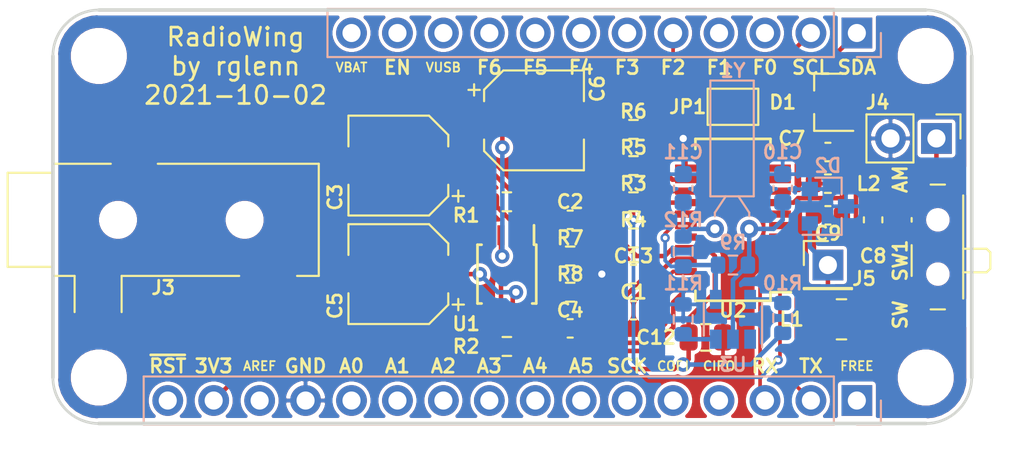
<source format=kicad_pcb>
(kicad_pcb (version 20171130) (host pcbnew "(5.1.9)-1")
  (layers (0 F.Cu signal) (31 B.Cu signal) (34 B.Paste user) (35 F.Paste user) (36 B.SilkS user) (37 F.SilkS user) (38 B.Mask user) (39 F.Mask user) (44 Edge.Cuts user))
  (net 0 "")
  (net 1 /FREE)
  (net 2 /SCK)
  (net 3 /A5)
  (net 4 /A4)
  (net 5 /A3)
  (net 6 /A2)
  (net 7 /A1)
  (net 8 /A0)
  (net 9 GND)
  (net 10 /AREF)
  (net 11 +3V3)
  (net 12 /~RST)
  (net 13 /SDA)
  (net 14 /SCL)
  (net 15 /F0)
  (net 16 /F1)
  (net 17 /F2)
  (net 18 /F3)
  (net 19 /F4)
  (net 20 /F5)
  (net 21 /F6)
  (net 22 /VUSB)
  (net 23 /EN)
  (net 24 /VBAT)
  (net 25 "Net-(C1-Pad2)")
  (net 26 "Net-(C2-Pad1)")
  (net 27 "Net-(C2-Pad2)")
  (net 28 "Net-(C3-Pad1)")
  (net 29 "Net-(C3-Pad2)")
  (net 30 "Net-(C4-Pad2)")
  (net 31 "Net-(C4-Pad1)")
  (net 32 "Net-(C5-Pad2)")
  (net 33 "Net-(C5-Pad1)")
  (net 34 "Net-(C6-Pad1)")
  (net 35 "Net-(C7-Pad2)")
  (net 36 "Net-(C7-Pad1)")
  (net 37 "Net-(C8-Pad2)")
  (net 38 "Net-(C9-Pad1)")
  (net 39 "Net-(C9-Pad2)")
  (net 40 "Net-(C10-Pad2)")
  (net 41 "Net-(C11-Pad2)")
  (net 42 /CIPO)
  (net 43 /COPI)
  (net 44 /ADDR)
  (net 45 "Net-(L1-Pad1)")
  (net 46 "Net-(R1-Pad2)")
  (net 47 "Net-(R2-Pad2)")
  (net 48 "Net-(R6-Pad2)")
  (net 49 "Net-(R12-Pad2)")
  (net 50 VCC)
  (net 51 /I2S_LR)
  (net 52 /I2S_CLK)
  (net 53 "Net-(U1-Pad5)")
  (net 54 "Net-(U2-Pad4)")
  (net 55 "Net-(U2-Pad5)")
  (net 56 "Net-(U2-Pad6)")
  (net 57 "Net-(U2-Pad7)")
  (net 58 "Net-(U2-Pad10)")
  (net 59 "Net-(U2-Pad11)")
  (module MountingHole:MountingHole_2.7mm_M2.5 (layer F.Cu) (at 73.66 27.94)
    (fp_text reference REF** hide)
    (fp_text value MountingHole_2.7mm_M2.5 hide)
    (pad 1 np_thru_hole circle (at 0 0) (size 2.7 2.7) (drill 2.7) (layers *.Cu *.Mask))
  )
  (module MountingHole:MountingHole_2.7mm_M2.5 (layer F.Cu) (at 73.66 45.72)
    (fp_text reference REF** hide)
    (fp_text value MountingHole_2.7mm_M2.5 hide)
    (pad 1 np_thru_hole circle (at 0 0) (size 2.7 2.7) (drill 2.7) (layers *.Cu *.Mask))
  )
  (module MountingHole:MountingHole_2.7mm_M2.5 (layer F.Cu) (at 27.94 45.72)
    (fp_text reference REF** hide)
    (fp_text value MountingHole_2.7mm_M2.5 hide)
    (pad 1 np_thru_hole circle (at 0 0) (size 2.7 2.7) (drill 2.7) (layers *.Cu *.Mask))
  )
  (module MountingHole:MountingHole_2.7mm_M2.5 (layer F.Cu) (at 27.94 27.94)
    (fp_text reference REF** hide)
    (fp_text value MountingHole_2.7mm_M2.5 hide)
    (pad 1 np_thru_hole circle (at 0 0) (size 2.7 2.7) (drill 2.7) (layers *.Cu *.Mask))
  )
  (module Connector_PinHeader_2.54mm:PinHeader_1x16_P2.54mm_Vertical (layer B.Cu) (at 69.85 46.99 90)
    (fp_text reference J1 hide)
    (fp_text value "feather long" hide)
    (pad 1 thru_hole rect (at 0 0 90) (size 1.7 1.7) (drill 1) (layers *.Cu *.Mask) (net 1 /FREE))
    (pad 2 thru_hole oval (at 0 -2.54 90) (size 1.7 1.7) (drill 1) (layers *.Cu *.Mask) (net 52 /I2S_CLK))
    (pad 3 thru_hole oval (at 0 -5.08 90) (size 1.7 1.7) (drill 1) (layers *.Cu *.Mask) (net 51 /I2S_LR))
    (pad 4 thru_hole oval (at 0 -7.62 90) (size 1.7 1.7) (drill 1) (layers *.Cu *.Mask) (net 42 /CIPO))
    (pad 5 thru_hole oval (at 0 -10.16 90) (size 1.7 1.7) (drill 1) (layers *.Cu *.Mask) (net 43 /COPI))
    (pad 6 thru_hole oval (at 0 -12.7 90) (size 1.7 1.7) (drill 1) (layers *.Cu *.Mask) (net 2 /SCK))
    (pad 7 thru_hole oval (at 0 -15.24 90) (size 1.7 1.7) (drill 1) (layers *.Cu *.Mask) (net 3 /A5))
    (pad 8 thru_hole oval (at 0 -17.78 90) (size 1.7 1.7) (drill 1) (layers *.Cu *.Mask) (net 4 /A4))
    (pad 9 thru_hole oval (at 0 -20.32 90) (size 1.7 1.7) (drill 1) (layers *.Cu *.Mask) (net 5 /A3))
    (pad 10 thru_hole oval (at 0 -22.86 90) (size 1.7 1.7) (drill 1) (layers *.Cu *.Mask) (net 6 /A2))
    (pad 11 thru_hole oval (at 0 -25.4 90) (size 1.7 1.7) (drill 1) (layers *.Cu *.Mask) (net 7 /A1))
    (pad 12 thru_hole oval (at 0 -27.94 90) (size 1.7 1.7) (drill 1) (layers *.Cu *.Mask) (net 8 /A0))
    (pad 13 thru_hole oval (at 0 -30.48 90) (size 1.7 1.7) (drill 1) (layers *.Cu *.Mask) (net 9 GND))
    (pad 14 thru_hole oval (at 0 -33.02 90) (size 1.7 1.7) (drill 1) (layers *.Cu *.Mask) (net 10 /AREF))
    (pad 15 thru_hole oval (at 0 -35.56 90) (size 1.7 1.7) (drill 1) (layers *.Cu *.Mask) (net 11 +3V3))
    (pad 16 thru_hole oval (at 0 -38.1 90) (size 1.7 1.7) (drill 1) (layers *.Cu *.Mask) (net 12 /~RST))
  )
  (module Connector_PinHeader_2.54mm:PinHeader_1x12_P2.54mm_Vertical (layer B.Cu) (at 69.85 26.67 90)
    (fp_text reference J2 hide)
    (fp_text value "feather short" hide)
    (pad 1 thru_hole rect (at 0 0 90) (size 1.7 1.7) (drill 1) (layers *.Cu *.Mask) (net 13 /SDA))
    (pad 2 thru_hole oval (at 0 -2.54 90) (size 1.7 1.7) (drill 1) (layers *.Cu *.Mask) (net 14 /SCL))
    (pad 3 thru_hole oval (at 0 -5.08 90) (size 1.7 1.7) (drill 1) (layers *.Cu *.Mask) (net 15 /F0))
    (pad 4 thru_hole oval (at 0 -7.62 90) (size 1.7 1.7) (drill 1) (layers *.Cu *.Mask) (net 16 /F1))
    (pad 5 thru_hole oval (at 0 -10.16 90) (size 1.7 1.7) (drill 1) (layers *.Cu *.Mask) (net 17 /F2))
    (pad 6 thru_hole oval (at 0 -12.7 90) (size 1.7 1.7) (drill 1) (layers *.Cu *.Mask) (net 18 /F3))
    (pad 7 thru_hole oval (at 0 -15.24 90) (size 1.7 1.7) (drill 1) (layers *.Cu *.Mask) (net 19 /F4))
    (pad 8 thru_hole oval (at 0 -17.78 90) (size 1.7 1.7) (drill 1) (layers *.Cu *.Mask) (net 20 /F5))
    (pad 9 thru_hole oval (at 0 -20.32 90) (size 1.7 1.7) (drill 1) (layers *.Cu *.Mask) (net 21 /F6))
    (pad 10 thru_hole oval (at 0 -22.86 90) (size 1.7 1.7) (drill 1) (layers *.Cu *.Mask) (net 22 /VUSB))
    (pad 11 thru_hole oval (at 0 -25.4 90) (size 1.7 1.7) (drill 1) (layers *.Cu *.Mask) (net 23 /EN))
    (pad 12 thru_hole oval (at 0 -27.94 90) (size 1.7 1.7) (drill 1) (layers *.Cu *.Mask) (net 24 /VBAT))
  )
  (module Capacitor_SMD:C_0603_1608Metric (layer F.Cu) (at 57.5 42)
    (fp_text reference C1 (at 0 -1) (layer F.SilkS) (effects (font (size 0.75 0.75))))
    (fp_text value 220n)
    (pad 1 smd roundrect (at -0.775 0) (size 0.9 0.95) (layers F.Cu F.Paste F.Mask) (net 11 +3V3))
    (pad 2 smd roundrect (at 0.775 0) (size 0.9 0.95) (layers F.Cu F.Paste F.Mask) (net 25 "Net-(C1-Pad2)"))
  )
  (module Capacitor_SMD:C_0603_1608Metric (layer F.Cu) (at 54 37 180)
    (fp_text reference C2 (at 0 1) (layer F.SilkS) (effects (font (size 0.75 0.75))))
    (fp_text value 470n)
    (pad 1 smd roundrect (at -0.775 0 180) (size 0.9 0.95) (layers F.Cu F.Paste F.Mask) (net 26 "Net-(C2-Pad1)"))
    (pad 2 smd roundrect (at 0.775 0 180) (size 0.9 0.95) (layers F.Cu F.Paste F.Mask) (net 27 "Net-(C2-Pad2)"))
  )
  (module Capacitor_SMD:CP_Elec_5x5.3 (layer F.Cu) (at 44.5 34 180)
    (fp_text reference C3 (at 3.5 -1.75 90) (layer F.SilkS) (effects (font (size 0.75 0.75))))
    (fp_text value 100u)
    (pad 1 smd roundrect (at -2.2 0 180) (size 3 1.6) (layers F.Cu F.Paste F.Mask) (roundrect_rratio 0.15625) (net 28 "Net-(C3-Pad1)"))
    (pad 2 smd roundrect (at 2.2 0 180) (size 3 1.6) (layers F.Cu F.Paste F.Mask) (roundrect_rratio 0.15625) (net 29 "Net-(C3-Pad2)"))
  )
  (module Capacitor_SMD:C_0603_1608Metric (layer F.Cu) (at 54 43 180)
    (fp_text reference C4 (at 0 1) (layer F.SilkS) (effects (font (size 0.75 0.75))))
    (fp_text value 470n)
    (pad 2 smd roundrect (at 0.775 0 180) (size 0.9 0.95) (layers F.Cu F.Paste F.Mask) (net 30 "Net-(C4-Pad2)"))
    (pad 1 smd roundrect (at -0.775 0 180) (size 0.9 0.95) (layers F.Cu F.Paste F.Mask) (net 31 "Net-(C4-Pad1)"))
  )
  (module Capacitor_SMD:CP_Elec_5x5.3 (layer F.Cu) (at 44.5 40 180)
    (fp_text reference C5 (at 3.5 -1.75 90) (layer F.SilkS) (effects (font (size 0.75 0.75))))
    (fp_text value 100u)
    (pad 2 smd roundrect (at 2.2 0 180) (size 3 1.6) (layers F.Cu F.Paste F.Mask) (roundrect_rratio 0.15625) (net 32 "Net-(C5-Pad2)"))
    (pad 1 smd roundrect (at -2.2 0 180) (size 3 1.6) (layers F.Cu F.Paste F.Mask) (roundrect_rratio 0.15625) (net 33 "Net-(C5-Pad1)"))
  )
  (module Capacitor_SMD:CP_Elec_5x5.3 (layer F.Cu) (at 52 31.5)
    (fp_text reference C6 (at 3.5 -1.75 90) (layer F.SilkS) (effects (font (size 0.75 0.75))))
    (fp_text value 4.7u)
    (pad 1 smd roundrect (at -2.2 0) (size 3 1.6) (layers F.Cu F.Paste F.Mask) (roundrect_rratio 0.15625) (net 34 "Net-(C6-Pad1)"))
    (pad 2 smd roundrect (at 2.2 0) (size 3 1.6) (layers F.Cu F.Paste F.Mask) (roundrect_rratio 0.15625) (net 9 GND))
  )
  (module Capacitor_SMD:C_0603_1608Metric (layer F.Cu) (at 68.25 33.25 180)
    (fp_text reference C7 (at 2 0.75) (layer F.SilkS) (effects (font (size 0.75 0.75))))
    (fp_text value 470n)
    (pad 2 smd roundrect (at 0.775 0 180) (size 0.9 0.95) (layers F.Cu F.Paste F.Mask) (net 35 "Net-(C7-Pad2)"))
    (pad 1 smd roundrect (at -0.775 0 180) (size 0.9 0.95) (layers F.Cu F.Paste F.Mask) (net 36 "Net-(C7-Pad1)"))
  )
  (module Capacitor_SMD:C_0603_1608Metric (layer F.Cu) (at 70.75 37 90)
    (fp_text reference C8 (at -2 0 180) (layer F.SilkS) (effects (font (size 0.75 0.75))))
    (fp_text value 33p)
    (pad 2 smd roundrect (at 0.775 0 90) (size 0.9 0.95) (layers F.Cu F.Paste F.Mask) (net 37 "Net-(C8-Pad2)"))
    (pad 1 smd roundrect (at -0.775 0 90) (size 0.9 0.95) (layers F.Cu F.Paste F.Mask) (net 36 "Net-(C7-Pad1)"))
  )
  (module Capacitor_SMD:C_0603_1608Metric (layer F.Cu) (at 68.25 36.75 180)
    (fp_text reference C9 (at 0 -1) (layer F.SilkS) (effects (font (size 0.75 0.75))))
    (fp_text value 18p)
    (pad 1 smd roundrect (at -0.775 0 180) (size 0.9 0.95) (layers F.Cu F.Paste F.Mask) (net 38 "Net-(C9-Pad1)"))
    (pad 2 smd roundrect (at 0.775 0 180) (size 0.9 0.95) (layers F.Cu F.Paste F.Mask) (net 39 "Net-(C9-Pad2)"))
  )
  (module Capacitor_SMD:C_0603_1608Metric (layer B.Cu) (at 65.75 35.25 270)
    (fp_text reference C10 (at -2 0 180) (layer B.SilkS) (effects (font (size 0.75 0.75)) (justify mirror)))
    (fp_text value 22p)
    (pad 2 smd roundrect (at 0.775 0 270) (size 0.9 0.95) (layers B.Cu B.Paste B.Mask) (net 40 "Net-(C10-Pad2)"))
    (pad 1 smd roundrect (at -0.775 0 270) (size 0.9 0.95) (layers B.Cu B.Paste B.Mask) (net 9 GND))
  )
  (module Capacitor_SMD:C_0603_1608Metric (layer B.Cu) (at 60.25 35.25 270)
    (fp_text reference C11 (at -2 0 180) (layer B.SilkS) (effects (font (size 0.75 0.75)) (justify mirror)))
    (fp_text value 22p)
    (pad 1 smd roundrect (at -0.775 0 270) (size 0.9 0.95) (layers B.Cu B.Paste B.Mask) (net 9 GND))
    (pad 2 smd roundrect (at 0.775 0 270) (size 0.9 0.95) (layers B.Cu B.Paste B.Mask) (net 41 "Net-(C11-Pad2)"))
  )
  (module Package_TO_SOT_SMD:SOT-23 (layer F.Cu) (at 68.25 30.5 180)
    (fp_text reference D1 (at 2.5 0) (layer F.SilkS) (effects (font (size 0.75 0.75))))
    (fp_text value CM1213A-01SO)
    (pad 1 smd rect (at -1 -0.95 180) (size 0.9 0.8) (layers F.Cu F.Paste F.Mask) (net 36 "Net-(C7-Pad1)"))
    (pad 2 smd rect (at -1 0.95 180) (size 0.9 0.8) (layers F.Cu F.Paste F.Mask) (net 9 GND))
    (pad 3 smd rect (at 1 0 180) (size 0.9 0.8) (layers F.Cu F.Paste F.Mask) (net 9 GND))
  )
  (module Package_TO_SOT_SMD:SOT-23 (layer B.Cu) (at 68.25 36.25)
    (fp_text reference D2 (at 0 -2.25) (layer B.SilkS) (effects (font (size 0.75 0.75)) (justify mirror)))
    (fp_text value CM1213A-01SO)
    (pad 3 smd rect (at 1 0) (size 0.9 0.8) (layers B.Cu B.Paste B.Mask) (net 9 GND))
    (pad 2 smd rect (at -1 -0.95) (size 0.9 0.8) (layers B.Cu B.Paste B.Mask) (net 9 GND))
    (pad 1 smd rect (at -1 0.95) (size 0.9 0.8) (layers B.Cu B.Paste B.Mask) (net 39 "Net-(C9-Pad2)"))
  )
  (module Connector_Audio:Jack_3.5mm_CUI_SJ-3523-SMT_Horizontal (layer F.Cu) (at 31.5 37 90)
    (fp_text reference J3 (at -3.75 0 180) (layer F.SilkS) (effects (font (size 0.75 0.75))))
    (fp_text value AudioJack3)
    (pad R smd rect (at 3.7 -1.6 90) (size 2.8 2.2) (layers F.Cu F.Paste F.Mask) (net 29 "Net-(C3-Pad2)"))
    (pad S smd rect (at -3.7 -3.6 90) (size 2.8 2.2) (layers F.Cu F.Paste F.Mask) (net 9 GND))
    (pad T smd rect (at -3.7 5.8 90) (size 2.8 2.8) (layers F.Cu F.Paste F.Mask) (net 32 "Net-(C5-Pad2)"))
    (pad "" np_thru_hole circle (at 0 -2.5 90) (size 1.7 1.7) (drill 1.7) (layers *.Cu *.Mask))
    (pad "" np_thru_hole circle (at 0 4.5 90) (size 1.7 1.7) (drill 1.7) (layers *.Cu *.Mask))
  )
  (module Jumper:SolderJumper-2_P1.3mm_Open_Pad1.0x1.5mm (layer F.Cu) (at 63 30.75 180)
    (fp_text reference JP1 (at 2.5 0) (layer F.SilkS) (effects (font (size 0.75 0.75))))
    (fp_text value SolderJumper_2_Open)
    (pad 2 smd rect (at 0.65 0 180) (size 1 1.5) (layers F.Cu F.Mask) (net 44 /ADDR))
    (pad 1 smd rect (at -0.65 0 180) (size 1 1.5) (layers F.Cu F.Mask) (net 9 GND))
  )
  (module Inductor_SMD:L_1008_2520Metric (layer F.Cu) (at 69 42.5 180)
    (fp_text reference L1 (at 2.75 0) (layer F.SilkS) (effects (font (size 0.75 0.75))))
    (fp_text value 4.7u)
    (pad 1 smd roundrect (at -1.075 0 180) (size 1.25 2.2) (layers F.Cu F.Paste F.Mask) (roundrect_rratio 0.2) (net 45 "Net-(L1-Pad1)"))
    (pad 2 smd roundrect (at 1.075 0 180) (size 1.25 2.2) (layers F.Cu F.Paste F.Mask) (roundrect_rratio 0.2) (net 39 "Net-(C9-Pad2)"))
  )
  (module Inductor_SMD:L_0603_1608Metric (layer F.Cu) (at 68.25 35 180)
    (fp_text reference L2 (at -2.25 0) (layer F.SilkS) (effects (font (size 0.75 0.75))))
    (fp_text value 180n)
    (pad 1 smd roundrect (at -0.7875 0 180) (size 0.875 0.95) (layers F.Cu F.Paste F.Mask) (net 38 "Net-(C9-Pad1)"))
    (pad 2 smd roundrect (at 0.7875 0 180) (size 0.875 0.95) (layers F.Cu F.Paste F.Mask) (net 9 GND))
  )
  (module Resistor_SMD:R_0603_1608Metric (layer F.Cu) (at 50.5 36 180)
    (fp_text reference R1 (at 2.25 -0.75) (layer F.SilkS) (effects (font (size 0.75 0.75))))
    (fp_text value 20K)
    (pad 2 smd roundrect (at 0.825 0 180) (size 0.8 0.95) (layers F.Cu F.Paste F.Mask) (net 46 "Net-(R1-Pad2)"))
    (pad 1 smd roundrect (at -0.825 0 180) (size 0.8 0.95) (layers F.Cu F.Paste F.Mask) (net 28 "Net-(C3-Pad1)"))
  )
  (module Resistor_SMD:R_0603_1608Metric (layer F.Cu) (at 50.5 44 180)
    (fp_text reference R2 (at 2.25 0) (layer F.SilkS) (effects (font (size 0.75 0.75))))
    (fp_text value 20K)
    (pad 1 smd roundrect (at -0.825 0 180) (size 0.8 0.95) (layers F.Cu F.Paste F.Mask) (net 33 "Net-(C5-Pad1)"))
    (pad 2 smd roundrect (at 0.825 0 180) (size 0.8 0.95) (layers F.Cu F.Paste F.Mask) (net 47 "Net-(R2-Pad2)"))
  )
  (module Resistor_SMD:R_0603_1608Metric (layer F.Cu) (at 57.5 36)
    (fp_text reference R3 (at 0 -1) (layer F.SilkS) (effects (font (size 0.75 0.75))))
    (fp_text value 10K)
    (pad 1 smd roundrect (at -0.825 0) (size 0.8 0.95) (layers F.Cu F.Paste F.Mask) (net 11 +3V3))
    (pad 2 smd roundrect (at 0.825 0) (size 0.8 0.95) (layers F.Cu F.Paste F.Mask) (net 14 /SCL))
  )
  (module Resistor_SMD:R_0603_1608Metric (layer F.Cu) (at 57.5 38)
    (fp_text reference R4 (at 0 -1) (layer F.SilkS) (effects (font (size 0.75 0.75))))
    (fp_text value 10K)
    (pad 2 smd roundrect (at 0.825 0) (size 0.8 0.95) (layers F.Cu F.Paste F.Mask) (net 13 /SDA))
    (pad 1 smd roundrect (at -0.825 0) (size 0.8 0.95) (layers F.Cu F.Paste F.Mask) (net 11 +3V3))
  )
  (module Resistor_SMD:R_0603_1608Metric (layer F.Cu) (at 57.5 34)
    (fp_text reference R5 (at 0 -1) (layer F.SilkS) (effects (font (size 0.75 0.75))))
    (fp_text value 10K)
    (pad 1 smd roundrect (at -0.825 0) (size 0.8 0.95) (layers F.Cu F.Paste F.Mask) (net 11 +3V3))
    (pad 2 smd roundrect (at 0.825 0) (size 0.8 0.95) (layers F.Cu F.Paste F.Mask) (net 44 /ADDR))
  )
  (module Resistor_SMD:R_0603_1608Metric (layer F.Cu) (at 57.5 32)
    (fp_text reference R6 (at 0 -1) (layer F.SilkS) (effects (font (size 0.75 0.75))))
    (fp_text value 10K)
    (pad 2 smd roundrect (at 0.825 0) (size 0.8 0.95) (layers F.Cu F.Paste F.Mask) (net 48 "Net-(R6-Pad2)"))
    (pad 1 smd roundrect (at -0.825 0) (size 0.8 0.95) (layers F.Cu F.Paste F.Mask) (net 11 +3V3))
  )
  (module Resistor_SMD:R_0603_1608Metric (layer F.Cu) (at 54 39)
    (fp_text reference R7 (at 0 -1) (layer F.SilkS) (effects (font (size 0.75 0.75))))
    (fp_text value 20K)
    (pad 1 smd roundrect (at -0.825 0) (size 0.8 0.95) (layers F.Cu F.Paste F.Mask) (net 46 "Net-(R1-Pad2)"))
    (pad 2 smd roundrect (at 0.825 0) (size 0.8 0.95) (layers F.Cu F.Paste F.Mask) (net 26 "Net-(C2-Pad1)"))
  )
  (module Resistor_SMD:R_0603_1608Metric (layer F.Cu) (at 54 41)
    (fp_text reference R8 (at 0 -1) (layer F.SilkS) (effects (font (size 0.75 0.75))))
    (fp_text value 20K)
    (pad 2 smd roundrect (at 0.825 0) (size 0.8 0.95) (layers F.Cu F.Paste F.Mask) (net 31 "Net-(C4-Pad1)"))
    (pad 1 smd roundrect (at -0.825 0) (size 0.8 0.95) (layers F.Cu F.Paste F.Mask) (net 47 "Net-(R2-Pad2)"))
  )
  (module Resistor_SMD:R_0603_1608Metric (layer B.Cu) (at 63 39.5 180)
    (fp_text reference R9 (at 0 1.25 180) (layer B.SilkS) (effects (font (size 0.75 0.75)) (justify mirror)))
    (fp_text value 10M)
    (pad 2 smd roundrect (at 0.825 0 180) (size 0.8 0.95) (layers B.Cu B.Paste B.Mask) (net 49 "Net-(R12-Pad2)"))
    (pad 1 smd roundrect (at -0.825 0 180) (size 0.8 0.95) (layers B.Cu B.Paste B.Mask) (net 40 "Net-(C10-Pad2)"))
  )
  (module Resistor_SMD:R_0603_1608Metric (layer B.Cu) (at 65.75 42.425 270)
    (fp_text reference R10 (at -1.925 0 180) (layer B.SilkS) (effects (font (size 0.75 0.75)) (justify mirror)))
    (fp_text value 47K)
    (pad 2 smd roundrect (at 0.825 0 270) (size 0.8 0.95) (layers B.Cu B.Paste B.Mask) (net 11 +3V3))
    (pad 1 smd roundrect (at -0.825 0 270) (size 0.8 0.95) (layers B.Cu B.Paste B.Mask) (net 50 VCC))
  )
  (module Resistor_SMD:R_0603_1608Metric (layer B.Cu) (at 60.25 42.5 90)
    (fp_text reference R11 (at 2 0 180) (layer B.SilkS) (effects (font (size 0.75 0.75)) (justify mirror)))
    (fp_text value 47K)
    (pad 1 smd roundrect (at -0.825 0 90) (size 0.8 0.95) (layers B.Cu B.Paste B.Mask) (net 9 GND))
    (pad 2 smd roundrect (at 0.825 0 90) (size 0.8 0.95) (layers B.Cu B.Paste B.Mask) (net 9 GND))
  )
  (module Resistor_SMD:R_0603_1608Metric (layer B.Cu) (at 60.25 38.75 270)
    (fp_text reference R12 (at -1.75 0 180) (layer B.SilkS) (effects (font (size 0.75 0.75)) (justify mirror)))
    (fp_text value 300K)
    (pad 1 smd roundrect (at -0.825 0 270) (size 0.8 0.95) (layers B.Cu B.Paste B.Mask) (net 41 "Net-(C11-Pad2)"))
    (pad 2 smd roundrect (at 0.825 0 270) (size 0.8 0.95) (layers B.Cu B.Paste B.Mask) (net 49 "Net-(R12-Pad2)"))
  )
  (module Button_Switch_SMD:SW_SPDT_PCM12 (layer F.Cu) (at 74 38.5 90)
    (fp_text reference SW1 (at -0.75 -1.75 90) (layer F.SilkS) (effects (font (size 0.75 0.75))))
    (fp_text value SW_SPDT)
    (pad "" np_thru_hole circle (at -1.5 0.33 90) (size 0.9 0.9) (drill 0.9) (layers *.Cu *.Mask))
    (pad "" np_thru_hole circle (at 1.5 0.33 90) (size 0.9 0.9) (drill 0.9) (layers *.Cu *.Mask))
    (pad 1 smd rect (at -2.25 -1.43 90) (size 0.7 1.5) (layers F.Cu F.Paste F.Mask) (net 45 "Net-(L1-Pad1)"))
    (pad 2 smd rect (at 0.75 -1.43 90) (size 0.7 1.5) (layers F.Cu F.Paste F.Mask) (net 36 "Net-(C7-Pad1)"))
    (pad 3 smd rect (at 2.25 -1.43 90) (size 0.7 1.5) (layers F.Cu F.Paste F.Mask) (net 37 "Net-(C8-Pad2)"))
    (pad "" smd rect (at -3.65 1.43 90) (size 1 0.8) (layers F.Cu F.Paste F.Mask))
    (pad "" smd rect (at 3.65 1.43 90) (size 1 0.8) (layers F.Cu F.Paste F.Mask))
    (pad "" smd rect (at 3.65 -0.78 90) (size 1 0.8) (layers F.Cu F.Paste F.Mask))
    (pad "" smd rect (at -3.65 -0.78 90) (size 1 0.8) (layers F.Cu F.Paste F.Mask))
  )
  (module Package_SO:TSSOP-8_3x3mm_P0.65mm (layer F.Cu) (at 50.5 40 270)
    (fp_text reference U1 (at 2.75 2.25 180) (layer F.SilkS) (effects (font (size 0.75 0.75))))
    (fp_text value LM4810)
    (pad 1 smd rect (at -2.15 -0.975 270) (size 1.1 0.4) (layers F.Cu F.Paste F.Mask) (net 28 "Net-(C3-Pad1)"))
    (pad 2 smd rect (at -2.15 -0.325 270) (size 1.1 0.4) (layers F.Cu F.Paste F.Mask) (net 46 "Net-(R1-Pad2)"))
    (pad 3 smd rect (at -2.15 0.325 270) (size 1.1 0.4) (layers F.Cu F.Paste F.Mask) (net 34 "Net-(C6-Pad1)"))
    (pad 4 smd rect (at -2.15 0.975 270) (size 1.1 0.4) (layers F.Cu F.Paste F.Mask) (net 9 GND))
    (pad 5 smd rect (at 2.15 0.975 270) (size 1.1 0.4) (layers F.Cu F.Paste F.Mask) (net 53 "Net-(U1-Pad5)"))
    (pad 6 smd rect (at 2.15 0.325 270) (size 1.1 0.4) (layers F.Cu F.Paste F.Mask) (net 47 "Net-(R2-Pad2)"))
    (pad 7 smd rect (at 2.15 -0.325 270) (size 1.1 0.4) (layers F.Cu F.Paste F.Mask) (net 33 "Net-(C5-Pad1)"))
    (pad 8 smd rect (at 2.15 -0.975 270) (size 1.1 0.4) (layers F.Cu F.Paste F.Mask) (net 11 +3V3))
  )
  (module Package_SO:SSOP-24_3.9x8.7mm_P0.635mm (layer F.Cu) (at 63 37 180)
    (fp_text reference U2 (at 0 -5) (layer F.SilkS) (effects (font (size 0.75 0.75))))
    (fp_text value Si4735-D60-GU)
    (pad 1 smd rect (at -2.6 -3.4925 180) (size 1.2 0.4) (layers F.Cu F.Paste F.Mask) (net 17 /F2))
    (pad 2 smd rect (at -2.6 -2.8575 180) (size 1.2 0.4) (layers F.Cu F.Paste F.Mask) (net 51 /I2S_LR))
    (pad 3 smd rect (at -2.6 -2.2225 180) (size 1.2 0.4) (layers F.Cu F.Paste F.Mask) (net 52 /I2S_CLK))
    (pad 4 smd rect (at -2.6 -1.5875 180) (size 1.2 0.4) (layers F.Cu F.Paste F.Mask) (net 54 "Net-(U2-Pad4)"))
    (pad 5 smd rect (at -2.6 -0.9525 180) (size 1.2 0.4) (layers F.Cu F.Paste F.Mask) (net 55 "Net-(U2-Pad5)"))
    (pad 6 smd rect (at -2.6 -0.3175 180) (size 1.2 0.4) (layers F.Cu F.Paste F.Mask) (net 56 "Net-(U2-Pad6)"))
    (pad 7 smd rect (at -2.6 0.3175 180) (size 1.2 0.4) (layers F.Cu F.Paste F.Mask) (net 57 "Net-(U2-Pad7)"))
    (pad 8 smd rect (at -2.6 0.9525 180) (size 1.2 0.4) (layers F.Cu F.Paste F.Mask) (net 38 "Net-(C9-Pad1)"))
    (pad 9 smd rect (at -2.6 1.5875 180) (size 1.2 0.4) (layers F.Cu F.Paste F.Mask) (net 9 GND))
    (pad 10 smd rect (at -2.6 2.2225 180) (size 1.2 0.4) (layers F.Cu F.Paste F.Mask) (net 58 "Net-(U2-Pad10)"))
    (pad 11 smd rect (at -2.6 2.8575 180) (size 1.2 0.4) (layers F.Cu F.Paste F.Mask) (net 59 "Net-(U2-Pad11)"))
    (pad 12 smd rect (at -2.6 3.4925 180) (size 1.2 0.4) (layers F.Cu F.Paste F.Mask) (net 35 "Net-(C7-Pad2)"))
    (pad 13 smd rect (at 2.6 3.4925 180) (size 1.2 0.4) (layers F.Cu F.Paste F.Mask) (net 9 GND))
    (pad 14 smd rect (at 2.6 2.8575 180) (size 1.2 0.4) (layers F.Cu F.Paste F.Mask) (net 9 GND))
    (pad 15 smd rect (at 2.6 2.2225 180) (size 1.2 0.4) (layers F.Cu F.Paste F.Mask) (net 48 "Net-(R6-Pad2)"))
    (pad 16 smd rect (at 2.6 1.5875 180) (size 1.2 0.4) (layers F.Cu F.Paste F.Mask) (net 44 /ADDR))
    (pad 17 smd rect (at 2.6 0.9525 180) (size 1.2 0.4) (layers F.Cu F.Paste F.Mask) (net 14 /SCL))
    (pad 18 smd rect (at 2.6 0.3175 180) (size 1.2 0.4) (layers F.Cu F.Paste F.Mask) (net 13 /SDA))
    (pad 19 smd rect (at 2.6 -0.3175 180) (size 1.2 0.4) (layers F.Cu F.Paste F.Mask) (net 49 "Net-(R12-Pad2)"))
    (pad 20 smd rect (at 2.6 -0.9525 180) (size 1.2 0.4) (layers F.Cu F.Paste F.Mask) (net 11 +3V3))
    (pad 21 smd rect (at 2.6 -1.5875 180) (size 1.2 0.4) (layers F.Cu F.Paste F.Mask) (net 11 +3V3))
    (pad 22 smd rect (at 2.6 -2.2225 180) (size 1.2 0.4) (layers F.Cu F.Paste F.Mask) (net 25 "Net-(C1-Pad2)"))
    (pad 23 smd rect (at 2.6 -2.8575 180) (size 1.2 0.4) (layers F.Cu F.Paste F.Mask) (net 27 "Net-(C2-Pad2)"))
    (pad 24 smd rect (at 2.6 -3.4925 180) (size 1.2 0.4) (layers F.Cu F.Paste F.Mask) (net 30 "Net-(C4-Pad2)"))
  )
  (module Package_TO_SOT_SMD:SOT-23-5 (layer B.Cu) (at 63 42.5 90)
    (fp_text reference U3 (at -2.5 0 180) (layer B.SilkS) (effects (font (size 0.75 0.75)) (justify mirror)))
    (fp_text value 74LVC1GU04)
    (pad 1 smd rect (at -1.1 0.95 90) (size 1.06 0.65) (layers B.Cu B.Paste B.Mask))
    (pad 2 smd rect (at -1.1 0 90) (size 1.06 0.65) (layers B.Cu B.Paste B.Mask) (net 40 "Net-(C10-Pad2)"))
    (pad 3 smd rect (at -1.1 -0.95 90) (size 1.06 0.65) (layers B.Cu B.Paste B.Mask) (net 9 GND))
    (pad 4 smd rect (at 1.1 -0.95 90) (size 1.06 0.65) (layers B.Cu B.Paste B.Mask) (net 49 "Net-(R12-Pad2)"))
    (pad 5 smd rect (at 1.1 0.95 90) (size 1.06 0.65) (layers B.Cu B.Paste B.Mask) (net 50 VCC))
  )
  (module Crystal:Crystal_DS26_D2.0mm_L6.0mm_Horizontal (layer B.Cu) (at 62 37.5)
    (fp_text reference Y1 (at 1 -8.75 180) (layer B.SilkS) (effects (font (size 0.75 0.75)) (justify mirror)))
    (fp_text value "32.768 KHz")
    (pad 1 thru_hole circle (at 0 0) (size 1 1) (drill 0.5) (layers *.Cu *.Mask) (net 41 "Net-(C11-Pad2)"))
    (pad 2 thru_hole circle (at 1.9 0) (size 1 1) (drill 0.5) (layers *.Cu *.Mask) (net 40 "Net-(C10-Pad2)"))
  )
  (module Capacitor_SMD:C_0805_2012Metric (layer F.Cu) (at 61.5 43.5)
    (fp_text reference C12 (at -2.75 0) (layer F.SilkS) (effects (font (size 0.75 0.75))))
    (fp_text value 10u)
    (pad 1 smd roundrect (at -0.95 0) (size 1 1.45) (layers F.Cu F.Paste F.Mask) (net 11 +3V3))
    (pad 2 smd roundrect (at 0.95 0) (size 1 1.45) (layers F.Cu F.Paste F.Mask) (net 9 GND))
  )
  (module Capacitor_SMD:C_0603_1608Metric (layer F.Cu) (at 57.5 40 180)
    (fp_text reference C13 (at 0 1) (layer F.SilkS) (effects (font (size 0.75 0.75))))
    (fp_text value 100n)
    (pad 1 smd roundrect (at -0.775 0 180) (size 0.9 0.95) (layers F.Cu F.Paste F.Mask) (net 11 +3V3))
    (pad 2 smd roundrect (at 0.775 0 180) (size 0.9 0.95) (layers F.Cu F.Paste F.Mask) (net 9 GND))
  )
  (module Connector_PinHeader_2.54mm:PinHeader_1x02_P2.54mm_Vertical (layer F.Cu) (at 74.25 32.5 270)
    (fp_text reference J4 (at -2 3.25 180) (layer F.SilkS) (effects (font (size 0.75 0.75))))
    (fp_text value Conn_01x02)
    (pad 1 thru_hole rect (at 0 0 270) (size 1.7 1.7) (drill 1) (layers *.Cu *.Mask) (net 37 "Net-(C8-Pad2)"))
    (pad 2 thru_hole oval (at 0 2.54 270) (size 1.7 1.7) (drill 1) (layers *.Cu *.Mask) (net 9 GND))
  )
  (module Connector_PinHeader_2.54mm:PinHeader_1x01_P2.54mm_Vertical (layer F.Cu) (at 68.25 39.5)
    (fp_text reference J5 (at 2 0.75) (layer F.SilkS) (effects (font (size 0.75 0.75))))
    (fp_text value Conn_01x01_Male)
    (pad 1 thru_hole rect (at 0 0) (size 1.7 1.7) (drill 1) (layers *.Cu *.Mask) (net 39 "Net-(C9-Pad2)"))
  )
  (gr_text AM (at 72.25 34.75 90) (layer F.SilkS) (effects (font (size 0.75 0.75))))
  (gr_text SW (at 72.25 42.25 90) (layer F.SilkS) (effects (font (size 0.75 0.75))))
  (gr_text "RadioWing\nby rglenn\n2021-10-02" (at 35.5 28.5) (layer F.SilkS) (effects (font (size 1 1))))
  (gr_text VUSB (at 46.99 28.575) (layer F.SilkS) (effects (font (size 0.5 0.5) (thickness 0.1))))
  (gr_text VBAT (at 41.91 28.575) (layer F.SilkS) (effects (font (size 0.5 0.5) (thickness 0.1))))
  (gr_text EN (at 44.45 28.575) (layer F.SilkS) (effects (font (size 0.75 0.75))))
  (gr_text F6 (at 49.53 28.575) (layer F.SilkS) (effects (font (size 0.75 0.75))))
  (gr_text F5 (at 52.07 28.575) (layer F.SilkS) (effects (font (size 0.75 0.75))))
  (gr_text F4 (at 54.61 28.575) (layer F.SilkS) (effects (font (size 0.75 0.75))))
  (gr_text F3 (at 57.15 28.575) (layer F.SilkS) (effects (font (size 0.75 0.75))))
  (gr_text F2 (at 59.69 28.575) (layer F.SilkS) (effects (font (size 0.75 0.75))))
  (gr_text F1 (at 62.23 28.575) (layer F.SilkS) (effects (font (size 0.75 0.75))))
  (gr_text F0 (at 64.77 28.575) (layer F.SilkS) (effects (font (size 0.75 0.75))))
  (gr_text SCL (at 67.31 28.575) (layer F.SilkS) (effects (font (size 0.75 0.75))))
  (gr_text SDA (at 69.85 28.575) (layer F.SilkS) (effects (font (size 0.75 0.75))))
  (gr_text FREE (at 69.85 45.085) (layer F.SilkS) (effects (font (size 0.5 0.5) (thickness 0.1))))
  (gr_text TX (at 67.31 45.085) (layer F.SilkS) (effects (font (size 0.75 0.75))))
  (gr_text RX (at 64.77 45.085) (layer F.SilkS) (effects (font (size 0.75 0.75))))
  (gr_text CIPO (at 62.23 45.085) (layer F.SilkS) (effects (font (size 0.5 0.5) (thickness 0.1))))
  (gr_text COPI (at 59.69 45.085) (layer F.SilkS) (effects (font (size 0.5 0.5) (thickness 0.1))))
  (gr_text SCK (at 57.15 45.085) (layer F.SilkS) (effects (font (size 0.75 0.75))))
  (gr_text A5 (at 54.61 45.085) (layer F.SilkS) (effects (font (size 0.75 0.75))))
  (gr_text A4 (at 52.07 45.085) (layer F.SilkS) (effects (font (size 0.75 0.75))))
  (gr_text A3 (at 49.53 45.085) (layer F.SilkS) (effects (font (size 0.75 0.75))))
  (gr_text A2 (at 46.99 45.085) (layer F.SilkS) (effects (font (size 0.75 0.75))))
  (gr_text A1 (at 44.45 45.085) (layer F.SilkS) (effects (font (size 0.75 0.75))))
  (gr_text A0 (at 41.91 45.085) (layer F.SilkS) (effects (font (size 0.75 0.75))))
  (gr_text GND (at 39.37 45.085) (layer F.SilkS) (effects (font (size 0.75 0.75))))
  (gr_text AREF (at 36.83 45.085) (layer F.SilkS) (effects (font (size 0.5 0.5) (thickness 0.1))))
  (gr_text 3V3 (at 34.29 45.085) (layer F.SilkS) (effects (font (size 0.75 0.75))))
  (gr_text ~RST (at 31.75 45.085) (layer F.SilkS) (effects (font (size 0.75 0.75))))
  (gr_arc (start 73.66 27.94) (end 76.2 27.94) (angle -90) (layer Edge.Cuts) (width 0.15))
  (gr_arc (start 73.66 45.72) (end 73.66 48.26) (angle -90) (layer Edge.Cuts) (width 0.15))
  (gr_arc (start 27.94 45.72) (end 25.4 45.72) (angle -90) (layer Edge.Cuts) (width 0.15))
  (gr_arc (start 27.94 27.94) (end 27.94 25.4) (angle -90) (layer Edge.Cuts) (width 0.15))
  (gr_line (start 25.4 45.72) (end 25.4 27.94) (layer Edge.Cuts) (width 0.2))
  (gr_line (start 73.66 48.26) (end 27.94 48.26) (layer Edge.Cuts) (width 0.2))
  (gr_line (start 76.2 27.94) (end 76.2 45.72) (layer Edge.Cuts) (width 0.2))
  (gr_line (start 27.94 25.4) (end 73.66 25.4) (layer Edge.Cuts) (width 0.2))
  (via (at 55.75 40) (size 0.8) (drill 0.4) (layers F.Cu B.Cu) (net 9))
  (segment (start 56.725 40) (end 55.75 40) (width 0.25) (layer F.Cu) (net 9))
  (via (at 60.25 32.5) (size 0.8) (drill 0.4) (layers F.Cu B.Cu) (net 9))
  (segment (start 60.4 32.65) (end 60.25 32.5) (width 0.25) (layer F.Cu) (net 9))
  (segment (start 60.4 33.5075) (end 60.4 32.65) (width 0.25) (layer F.Cu) (net 9))
  (segment (start 60.525 43.6) (end 60.25 43.325) (width 0.25) (layer B.Cu) (net 9))
  (segment (start 62.05 43.6) (end 60.525 43.6) (width 0.25) (layer B.Cu) (net 9))
  (segment (start 57.675 39) (end 56.675 38) (width 0.25) (layer F.Cu) (net 11))
  (segment (start 56.675 38) (end 56.675 36) (width 0.25) (layer F.Cu) (net 11))
  (segment (start 56.675 36) (end 56.675 34) (width 0.25) (layer F.Cu) (net 11))
  (segment (start 56.675 34) (end 56.675 32) (width 0.25) (layer F.Cu) (net 11))
  (segment (start 58.275 39.025) (end 58.25 39) (width 0.25) (layer F.Cu) (net 11))
  (segment (start 58.275 40) (end 58.275 39.025) (width 0.25) (layer F.Cu) (net 11))
  (segment (start 58.25 39) (end 57.675 39) (width 0.25) (layer F.Cu) (net 11))
  (segment (start 56.725 41.55) (end 58.275 40) (width 0.25) (layer F.Cu) (net 11))
  (segment (start 56.725 42) (end 56.725 41.55) (width 0.25) (layer F.Cu) (net 11))
  (segment (start 62 41) (end 60.55 42.45) (width 0.25) (layer F.Cu) (net 11))
  (segment (start 62 39) (end 62 41) (width 0.25) (layer F.Cu) (net 11))
  (segment (start 61.5875 38.5875) (end 62 39) (width 0.25) (layer F.Cu) (net 11))
  (segment (start 60.55 42.45) (end 60.55 43.5) (width 0.25) (layer F.Cu) (net 11))
  (segment (start 60.4 38.5875) (end 61.5875 38.5875) (width 0.25) (layer F.Cu) (net 11))
  (segment (start 36.03 45.25) (end 34.29 46.99) (width 0.25) (layer F.Cu) (net 11))
  (segment (start 52.25 43.707522) (end 51.475 42.932522) (width 0.25) (layer F.Cu) (net 11))
  (segment (start 51.475 42.932522) (end 51.475 42.15) (width 0.25) (layer F.Cu) (net 11))
  (segment (start 52.25 45.25) (end 52.25 43.707522) (width 0.25) (layer F.Cu) (net 11))
  (segment (start 52.25 45.25) (end 36.03 45.25) (width 0.25) (layer F.Cu) (net 11))
  (segment (start 60.9525 37.9525) (end 61.5875 38.5875) (width 0.25) (layer F.Cu) (net 11))
  (segment (start 60.4 37.9525) (end 60.9525 37.9525) (width 0.25) (layer F.Cu) (net 11))
  (segment (start 59.648588 38.5875) (end 60.4 38.5875) (width 0.25) (layer F.Cu) (net 11))
  (segment (start 59.236088 39) (end 59.648588 38.5875) (width 0.25) (layer F.Cu) (net 11))
  (segment (start 58.25 39) (end 59.236088 39) (width 0.25) (layer F.Cu) (net 11))
  (segment (start 60.55 43.5) (end 60.55 44.700006) (width 0.25) (layer F.Cu) (net 11))
  (via (at 60.250006 45) (size 0.8) (drill 0.4) (layers F.Cu B.Cu) (net 11))
  (segment (start 52.25 45.25) (end 59.75 45.25) (width 0.25) (layer F.Cu) (net 11))
  (segment (start 60.55 44.700006) (end 60.250006 45) (width 0.25) (layer F.Cu) (net 11))
  (segment (start 59.75 45.25) (end 60 45) (width 0.25) (layer F.Cu) (net 11))
  (segment (start 60 45) (end 60.250006 45) (width 0.25) (layer F.Cu) (net 11))
  (segment (start 61.25 45) (end 60.250006 45) (width 0.25) (layer B.Cu) (net 11))
  (segment (start 64 45) (end 61.25 45) (width 0.25) (layer B.Cu) (net 11))
  (segment (start 65.75 43.25) (end 64 45) (width 0.25) (layer B.Cu) (net 11))
  (segment (start 58.332498 38) (end 58.325 38) (width 0.25) (layer F.Cu) (net 13))
  (segment (start 58.325 37.175) (end 58.325 38) (width 0.25) (layer F.Cu) (net 13))
  (segment (start 58.5 37) (end 58.325 37.175) (width 0.25) (layer F.Cu) (net 13))
  (segment (start 59 37) (end 58.5 37) (width 0.25) (layer F.Cu) (net 13))
  (segment (start 59.3175 36.6825) (end 59 37) (width 0.25) (layer F.Cu) (net 13))
  (segment (start 60.4 36.6825) (end 59.3175 36.6825) (width 0.25) (layer F.Cu) (net 13))
  (segment (start 61.5675 36.6825) (end 60.4 36.6825) (width 0.25) (layer F.Cu) (net 13))
  (segment (start 63.5 34.75) (end 61.5675 36.6825) (width 0.25) (layer F.Cu) (net 13))
  (segment (start 63.5 33.5) (end 63.5 34.75) (width 0.25) (layer F.Cu) (net 13))
  (segment (start 65.25 31.75) (end 63.5 33.5) (width 0.25) (layer F.Cu) (net 13))
  (segment (start 65.25 29.5) (end 65.25 31.75) (width 0.25) (layer F.Cu) (net 13))
  (segment (start 66.5 28.25) (end 65.25 29.5) (width 0.25) (layer F.Cu) (net 13))
  (segment (start 68.27 28.25) (end 66.5 28.25) (width 0.25) (layer F.Cu) (net 13))
  (segment (start 69.85 26.67) (end 68.27 28.25) (width 0.25) (layer F.Cu) (net 13))
  (segment (start 58.3725 36.0475) (end 58.325 36) (width 0.25) (layer F.Cu) (net 14))
  (segment (start 60.4 36.0475) (end 58.3725 36.0475) (width 0.25) (layer F.Cu) (net 14))
  (segment (start 67.31 26.67) (end 64.75 29.23) (width 0.25) (layer F.Cu) (net 14))
  (segment (start 61.4525 36.0475) (end 60.4 36.0475) (width 0.25) (layer F.Cu) (net 14))
  (segment (start 64.75 29.23) (end 64.75 31.485002) (width 0.25) (layer F.Cu) (net 14))
  (segment (start 64.75 31.485002) (end 63 33.235002) (width 0.25) (layer F.Cu) (net 14))
  (segment (start 63 33.235002) (end 63 34.5) (width 0.25) (layer F.Cu) (net 14))
  (segment (start 63 34.5) (end 61.4525 36.0475) (width 0.25) (layer F.Cu) (net 14))
  (segment (start 59.69 26.67) (end 59.69 28.81) (width 0.2032) (layer F.Cu) (net 17))
  (segment (start 59.69 28.81) (end 57.5 31) (width 0.2032) (layer F.Cu) (net 17))
  (via (at 57.5 37) (size 0.512) (drill 0.254) (layers F.Cu B.Cu) (net 17))
  (segment (start 57.5 31) (end 57.5 37) (width 0.2032) (layer F.Cu) (net 17))
  (segment (start 57.5 37) (end 57.5 44.831) (width 0.2032) (layer B.Cu) (net 17))
  (via (at 65.5 44.75) (size 0.512) (drill 0.254) (layers F.Cu B.Cu) (net 17))
  (segment (start 58.370601 45.701601) (end 64.548399 45.701601) (width 0.2032) (layer B.Cu) (net 17))
  (segment (start 64.548399 45.701601) (end 65.5 44.75) (width 0.2032) (layer B.Cu) (net 17))
  (segment (start 57.5 44.831) (end 58.370601 45.701601) (width 0.2032) (layer B.Cu) (net 17))
  (segment (start 65.6 44.65) (end 65.6 40.4925) (width 0.2032) (layer F.Cu) (net 17))
  (segment (start 65.5 44.75) (end 65.6 44.65) (width 0.2032) (layer F.Cu) (net 17))
  (segment (start 59.05001 40.477824) (end 58.277834 41.25) (width 0.25) (layer F.Cu) (net 25))
  (segment (start 59.05001 39.822488) (end 59.05001 40.477824) (width 0.25) (layer F.Cu) (net 25))
  (segment (start 59.649998 39.2225) (end 59.05001 39.822488) (width 0.25) (layer F.Cu) (net 25))
  (segment (start 60.4 39.2225) (end 59.649998 39.2225) (width 0.25) (layer F.Cu) (net 25))
  (segment (start 58.277834 41.997166) (end 58.275 42) (width 0.25) (layer F.Cu) (net 25))
  (segment (start 58.277834 41.25) (end 58.277834 41.997166) (width 0.25) (layer F.Cu) (net 25))
  (segment (start 54.825 37.05) (end 54.775 37) (width 0.25) (layer F.Cu) (net 26))
  (segment (start 54.825 39) (end 54.825 37.05) (width 0.25) (layer F.Cu) (net 26))
  (segment (start 53.225 37) (end 53.25 37) (width 0.25) (layer F.Cu) (net 27))
  (segment (start 53.25 37) (end 54 37.75) (width 0.25) (layer F.Cu) (net 27))
  (segment (start 54 37.75) (end 54 42.75) (width 0.25) (layer F.Cu) (net 27))
  (segment (start 54 42.75) (end 54 43.5) (width 0.25) (layer F.Cu) (net 27))
  (segment (start 54.30001 43.80001) (end 58.19999 43.80001) (width 0.25) (layer F.Cu) (net 27))
  (segment (start 54 43.5) (end 54.30001 43.80001) (width 0.25) (layer F.Cu) (net 27))
  (segment (start 58.19999 43.80001) (end 59.25 42.75) (width 0.25) (layer F.Cu) (net 27))
  (segment (start 59.25 42.75) (end 59.25 41) (width 0.25) (layer F.Cu) (net 27))
  (segment (start 59.47662 40.77338) (end 59.25 41) (width 0.2032) (layer F.Cu) (net 27))
  (segment (start 59.47662 40.072998) (end 59.47662 40.77338) (width 0.2032) (layer F.Cu) (net 27))
  (segment (start 59.692118 39.8575) (end 59.47662 40.072998) (width 0.2032) (layer F.Cu) (net 27))
  (segment (start 60.4 39.8575) (end 59.692118 39.8575) (width 0.2032) (layer F.Cu) (net 27))
  (segment (start 51.475 36.15) (end 51.325 36) (width 0.25) (layer F.Cu) (net 28))
  (segment (start 51.475 37.85) (end 51.475 36.15) (width 0.25) (layer F.Cu) (net 28))
  (segment (start 49.325 34) (end 51.325 36) (width 0.25) (layer F.Cu) (net 28))
  (segment (start 46.7 34) (end 49.325 34) (width 0.25) (layer F.Cu) (net 28))
  (segment (start 30.6 34) (end 29.9 33.3) (width 0.25) (layer F.Cu) (net 29))
  (segment (start 42.3 34) (end 30.6 34) (width 0.25) (layer F.Cu) (net 29))
  (segment (start 53.50002 44.25002) (end 53.225 43.975) (width 0.25) (layer F.Cu) (net 30))
  (segment (start 53.225 43.975) (end 53.225 43) (width 0.25) (layer F.Cu) (net 30))
  (segment (start 58.38639 44.25002) (end 53.50002 44.25002) (width 0.25) (layer F.Cu) (net 30))
  (segment (start 59.700009 42.936401) (end 58.38639 44.25002) (width 0.25) (layer F.Cu) (net 30))
  (segment (start 59.70001 41.54999) (end 59.700009 42.936401) (width 0.25) (layer F.Cu) (net 30))
  (segment (start 60.4 40.85) (end 59.70001 41.54999) (width 0.25) (layer F.Cu) (net 30))
  (segment (start 60.4 40.4925) (end 60.4 40.85) (width 0.25) (layer F.Cu) (net 30))
  (segment (start 54.775 41.05) (end 54.825 41) (width 0.25) (layer F.Cu) (net 31))
  (segment (start 54.775 43) (end 54.775 41.05) (width 0.25) (layer F.Cu) (net 31))
  (segment (start 38 40) (end 37.3 40.7) (width 0.25) (layer F.Cu) (net 32))
  (segment (start 42.3 40) (end 38 40) (width 0.25) (layer F.Cu) (net 32))
  (segment (start 50.825 43.5) (end 51.325 44) (width 0.25) (layer F.Cu) (net 33))
  (segment (start 50.825 42.15) (end 50.825 43.5) (width 0.25) (layer F.Cu) (net 33))
  (via (at 51 41) (size 0.8) (drill 0.4) (layers F.Cu B.Cu) (net 33))
  (segment (start 50.825 41.175) (end 51 41) (width 0.25) (layer F.Cu) (net 33))
  (segment (start 50.825 42.15) (end 50.825 41.175) (width 0.25) (layer F.Cu) (net 33))
  (via (at 49 40) (size 0.8) (drill 0.4) (layers F.Cu B.Cu) (net 33))
  (segment (start 50 41) (end 49 40) (width 0.25) (layer B.Cu) (net 33))
  (segment (start 51 41) (end 50 41) (width 0.25) (layer B.Cu) (net 33))
  (segment (start 49 40) (end 46.7 40) (width 0.25) (layer F.Cu) (net 33))
  (via (at 50.241972 39.005934) (size 0.8) (drill 0.4) (layers F.Cu B.Cu) (net 34))
  (segment (start 50.175 38.938962) (end 50.241972 39.005934) (width 0.25) (layer F.Cu) (net 34))
  (segment (start 50.175 37.85) (end 50.175 38.938962) (width 0.25) (layer F.Cu) (net 34))
  (via (at 50.25 33) (size 0.8) (drill 0.4) (layers F.Cu B.Cu) (net 34))
  (segment (start 50.25 38.997906) (end 50.25 33) (width 0.25) (layer B.Cu) (net 34))
  (segment (start 50.241972 39.005934) (end 50.25 38.997906) (width 0.25) (layer B.Cu) (net 34))
  (segment (start 50.25 31.95) (end 49.8 31.5) (width 0.25) (layer F.Cu) (net 34))
  (segment (start 50.25 33) (end 50.25 31.95) (width 0.25) (layer F.Cu) (net 34))
  (segment (start 67.2175 33.5075) (end 67.475 33.25) (width 0.25) (layer F.Cu) (net 35))
  (segment (start 65.6 33.5075) (end 67.2175 33.5075) (width 0.25) (layer F.Cu) (net 35))
  (segment (start 69.25 33.025) (end 69.025 33.25) (width 0.25) (layer F.Cu) (net 36))
  (segment (start 69.25 31.45) (end 69.25 33.025) (width 0.25) (layer F.Cu) (net 36))
  (segment (start 70.775 37.75) (end 70.75 37.775) (width 0.25) (layer F.Cu) (net 36))
  (segment (start 72.57 37.75) (end 70.775 37.75) (width 0.25) (layer F.Cu) (net 36))
  (segment (start 69.025 33.25) (end 69.25 33.25) (width 0.25) (layer F.Cu) (net 36))
  (segment (start 69.80001 33.80001) (end 69.80001 37.55001) (width 0.25) (layer F.Cu) (net 36))
  (segment (start 69.25 33.25) (end 69.80001 33.80001) (width 0.25) (layer F.Cu) (net 36))
  (segment (start 70.025 37.775) (end 70.75 37.775) (width 0.25) (layer F.Cu) (net 36))
  (segment (start 69.80001 37.55001) (end 70.025 37.775) (width 0.25) (layer F.Cu) (net 36))
  (segment (start 72.545 36.225) (end 72.57 36.25) (width 0.25) (layer F.Cu) (net 37))
  (segment (start 70.75 36.225) (end 72.545 36.225) (width 0.25) (layer F.Cu) (net 37))
  (segment (start 74.25 32.5) (end 74.25 35.5) (width 0.25) (layer F.Cu) (net 37))
  (segment (start 73.5 36.25) (end 72.57 36.25) (width 0.25) (layer F.Cu) (net 37))
  (segment (start 74.25 35.5) (end 73.5 36.25) (width 0.25) (layer F.Cu) (net 37))
  (segment (start 69.0375 36.7375) (end 69.025 36.75) (width 0.25) (layer F.Cu) (net 38))
  (segment (start 69.02499 35.80001) (end 69.0375 35.7875) (width 0.25) (layer F.Cu) (net 38))
  (segment (start 66.597492 35.80001) (end 69.02499 35.80001) (width 0.25) (layer F.Cu) (net 38))
  (segment (start 66.350002 36.0475) (end 66.597492 35.80001) (width 0.25) (layer F.Cu) (net 38))
  (segment (start 69.0375 35.7875) (end 69.0375 36.7375) (width 0.25) (layer F.Cu) (net 38))
  (segment (start 65.6 36.0475) (end 66.350002 36.0475) (width 0.25) (layer F.Cu) (net 38))
  (segment (start 69.0375 35) (end 69.0375 35.7875) (width 0.25) (layer F.Cu) (net 38))
  (segment (start 67.475 38.725) (end 68.25 39.5) (width 0.25) (layer F.Cu) (net 39))
  (segment (start 67.475 36.75) (end 67.475 38.725) (width 0.25) (layer F.Cu) (net 39))
  (segment (start 68.25 42.175) (end 67.925 42.5) (width 0.25) (layer F.Cu) (net 39))
  (segment (start 68.25 39.5) (end 68.25 42.175) (width 0.25) (layer F.Cu) (net 39))
  (segment (start 67.25 38.5) (end 68.25 39.5) (width 0.25) (layer B.Cu) (net 39))
  (segment (start 67.25 37.2) (end 67.25 38.5) (width 0.25) (layer B.Cu) (net 39))
  (segment (start 63.9 39.425) (end 63.825 39.5) (width 0.25) (layer B.Cu) (net 40))
  (segment (start 63.9 37.5) (end 63.9 39.425) (width 0.25) (layer B.Cu) (net 40))
  (segment (start 63 40.325) (end 63.825 39.5) (width 0.25) (layer B.Cu) (net 40))
  (segment (start 63 43.6) (end 63 40.325) (width 0.25) (layer B.Cu) (net 40))
  (segment (start 65.75 36.025) (end 65.75 37) (width 0.25) (layer B.Cu) (net 40))
  (segment (start 65.25 37.5) (end 63.9 37.5) (width 0.25) (layer B.Cu) (net 40))
  (segment (start 65.75 37) (end 65.25 37.5) (width 0.25) (layer B.Cu) (net 40))
  (segment (start 60.675 37.5) (end 60.25 37.925) (width 0.25) (layer B.Cu) (net 41))
  (segment (start 62 37.5) (end 60.675 37.5) (width 0.25) (layer B.Cu) (net 41))
  (segment (start 60.25 36.025) (end 60.25 37.925) (width 0.25) (layer B.Cu) (net 41))
  (segment (start 58.325 34.087502) (end 58.325 34) (width 0.25) (layer F.Cu) (net 44))
  (segment (start 59.649998 35.4125) (end 58.325 34.087502) (width 0.25) (layer F.Cu) (net 44))
  (segment (start 60.4 35.4125) (end 59.649998 35.4125) (width 0.25) (layer F.Cu) (net 44))
  (segment (start 60.4 35.4125) (end 61.150002 35.4125) (width 0.25) (layer F.Cu) (net 44))
  (segment (start 61.150002 35.4125) (end 62.35 34.212502) (width 0.25) (layer F.Cu) (net 44))
  (segment (start 62.35 34.212502) (end 62.35 30.75) (width 0.25) (layer F.Cu) (net 44))
  (segment (start 71.825 40.75) (end 70.075 42.5) (width 0.25) (layer F.Cu) (net 45))
  (segment (start 72.57 40.75) (end 71.825 40.75) (width 0.25) (layer F.Cu) (net 45))
  (segment (start 53.175 39) (end 51.25 39) (width 0.25) (layer F.Cu) (net 46))
  (segment (start 50.825 38.575) (end 50.825 37.85) (width 0.25) (layer F.Cu) (net 46))
  (segment (start 51.25 39) (end 50.825 38.575) (width 0.25) (layer F.Cu) (net 46))
  (segment (start 50.825 37.15) (end 49.675 36) (width 0.25) (layer F.Cu) (net 46))
  (segment (start 50.825 37.85) (end 50.825 37.15) (width 0.25) (layer F.Cu) (net 46))
  (segment (start 50.175 43.5) (end 49.675 44) (width 0.25) (layer F.Cu) (net 47))
  (segment (start 50.175 42.15) (end 50.175 43.5) (width 0.25) (layer F.Cu) (net 47))
  (segment (start 53.175 41) (end 52.425 40.25) (width 0.25) (layer F.Cu) (net 47))
  (segment (start 52.425 40.25) (end 50.5 40.25) (width 0.25) (layer F.Cu) (net 47))
  (segment (start 50.175 40.575) (end 50.175 42.15) (width 0.25) (layer F.Cu) (net 47))
  (segment (start 50.5 40.25) (end 50.175 40.575) (width 0.25) (layer F.Cu) (net 47))
  (segment (start 60.4 34.7775) (end 59.651408 34.7775) (width 0.25) (layer F.Cu) (net 48))
  (segment (start 59.651408 34.7775) (end 59.25 34.376092) (width 0.25) (layer F.Cu) (net 48))
  (segment (start 59.25 32.925) (end 58.325 32) (width 0.25) (layer F.Cu) (net 48))
  (segment (start 59.25 34.376092) (end 59.25 32.925) (width 0.25) (layer F.Cu) (net 48))
  (segment (start 62.05 39.625) (end 62.175 39.5) (width 0.25) (layer B.Cu) (net 49))
  (segment (start 62.05 41.4) (end 62.05 39.625) (width 0.25) (layer B.Cu) (net 49))
  (segment (start 60.325 39.5) (end 60.25 39.575) (width 0.25) (layer B.Cu) (net 49))
  (segment (start 62.175 39.5) (end 60.325 39.5) (width 0.25) (layer B.Cu) (net 49))
  (via (at 59.25 38) (size 0.512) (drill 0.254) (layers F.Cu B.Cu) (net 49))
  (segment (start 59.25 37.759618) (end 59.25 38) (width 0.2032) (layer F.Cu) (net 49))
  (segment (start 59.692118 37.3175) (end 59.25 37.759618) (width 0.2032) (layer F.Cu) (net 49))
  (segment (start 60.4 37.3175) (end 59.692118 37.3175) (width 0.2032) (layer F.Cu) (net 49))
  (segment (start 59.25 38) (end 59.25 39.25) (width 0.2032) (layer B.Cu) (net 49))
  (segment (start 59.575 39.575) (end 60.25 39.575) (width 0.2032) (layer B.Cu) (net 49))
  (segment (start 59.25 39.25) (end 59.575 39.575) (width 0.2032) (layer B.Cu) (net 49))
  (segment (start 65.55 41.4) (end 65.75 41.6) (width 0.25) (layer B.Cu) (net 50))
  (segment (start 63.95 41.4) (end 65.55 41.4) (width 0.25) (layer B.Cu) (net 50))
  (segment (start 64.892118 39.8575) (end 64.5 40.249618) (width 0.2032) (layer F.Cu) (net 51))
  (segment (start 65.6 39.8575) (end 64.892118 39.8575) (width 0.2032) (layer F.Cu) (net 51))
  (segment (start 64.5 46.72) (end 64.77 46.99) (width 0.2032) (layer F.Cu) (net 51))
  (segment (start 64.5 40.249618) (end 64.5 46.72) (width 0.2032) (layer F.Cu) (net 51))
  (segment (start 66.501601 46.181601) (end 67.31 46.99) (width 0.2032) (layer F.Cu) (net 52))
  (segment (start 66.501601 39.416219) (end 66.501601 46.181601) (width 0.2032) (layer F.Cu) (net 52))
  (segment (start 66.307882 39.2225) (end 66.501601 39.416219) (width 0.2032) (layer F.Cu) (net 52))
  (segment (start 65.6 39.2225) (end 66.307882 39.2225) (width 0.2032) (layer F.Cu) (net 52))
  (zone (net 9) (net_name GND) (layer F.Cu) (connect_pads (clearance 0.2032)) (min_thickness 0.2032) (fill yes (arc_segments 32) (thermal_gap 0.254) (thermal_bridge_width 0.2033))
    (polygon (pts (xy 77.5 50) (xy 25 50) (xy 25 25) (xy 77.5 25)))
  )
  (zone (net 9) (net_name GND) (layer B.Cu) (connect_pads (clearance 0.2032)) (min_thickness 0.2032) (fill yes (arc_segments 32) (thermal_gap 0.254) (thermal_bridge_width 0.2033))
    (polygon (pts (xy 77.5 50) (xy 25 50) (xy 25 25) (xy 77.5 25)))
  )
  (zone (net 0) (net_name "") (layer B.Cu) (connect_pads (clearance 0.2032)) (min_thickness 0.2032)
    (keepout (tracks allowed) (vias not_allowed) (copperpour not_allowed))
    (fill (arc_segments 32) (thermal_gap 0.254) (thermal_bridge_width 0.2033))
    (polygon (pts (xy 59.25 42.75) (xy 59.25 44.5) (xy 62.5 44.5) (xy 62.5 42.75)))
  )
)
</source>
